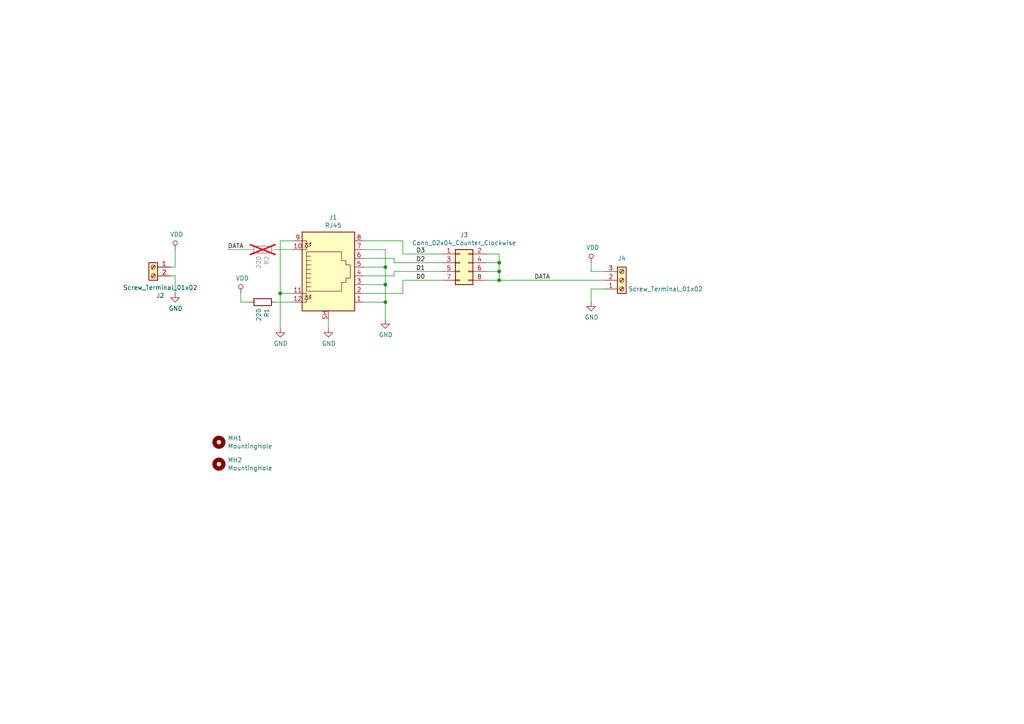
<source format=kicad_sch>
(kicad_sch
	(version 20231120)
	(generator "eeschema")
	(generator_version "8.0")
	(uuid "55f0aeea-b333-4c9a-8616-a27e6311eb41")
	(paper "A4")
	(title_block
		(title "Fade Candy Cat-5 Adapter")
		(date "2024-09-13")
		(rev "1.0")
	)
	(lib_symbols
		(symbol "Connector:8P8C_LED_Shielded"
			(pin_names
				(offset 1.016)
			)
			(exclude_from_sim no)
			(in_bom yes)
			(on_board yes)
			(property "Reference" "J"
				(at -5.08 13.97 0)
				(effects
					(font
						(size 1.27 1.27)
					)
					(justify right)
				)
			)
			(property "Value" "8P8C_LED_Shielded"
				(at 1.27 13.97 0)
				(effects
					(font
						(size 1.27 1.27)
					)
					(justify left)
				)
			)
			(property "Footprint" ""
				(at 0 0.635 90)
				(effects
					(font
						(size 1.27 1.27)
					)
					(hide yes)
				)
			)
			(property "Datasheet" "~"
				(at 0 0.635 90)
				(effects
					(font
						(size 1.27 1.27)
					)
					(hide yes)
				)
			)
			(property "Description" "RJ connector, 8P8C (8 positions 8 connected), two LEDs, RJ45, Shielded"
				(at 0 0 0)
				(effects
					(font
						(size 1.27 1.27)
					)
					(hide yes)
				)
			)
			(property "ki_keywords" "8P8C RJ socket connector led"
				(at 0 0 0)
				(effects
					(font
						(size 1.27 1.27)
					)
					(hide yes)
				)
			)
			(property "ki_fp_filters" "8P8C* RJ45*"
				(at 0 0 0)
				(effects
					(font
						(size 1.27 1.27)
					)
					(hide yes)
				)
			)
			(symbol "8P8C_LED_Shielded_0_1"
				(polyline
					(pts
						(xy -7.62 -7.62) (xy -6.35 -7.62)
					)
					(stroke
						(width 0)
						(type default)
					)
					(fill
						(type none)
					)
				)
				(polyline
					(pts
						(xy -7.62 -5.08) (xy -6.35 -5.08)
					)
					(stroke
						(width 0)
						(type default)
					)
					(fill
						(type none)
					)
				)
				(polyline
					(pts
						(xy -7.62 7.62) (xy -6.35 7.62)
					)
					(stroke
						(width 0)
						(type default)
					)
					(fill
						(type none)
					)
				)
				(polyline
					(pts
						(xy -7.62 10.16) (xy -6.35 10.16)
					)
					(stroke
						(width 0)
						(type default)
					)
					(fill
						(type none)
					)
				)
				(polyline
					(pts
						(xy -6.858 -5.842) (xy -5.842 -5.842)
					)
					(stroke
						(width 0)
						(type default)
					)
					(fill
						(type none)
					)
				)
				(polyline
					(pts
						(xy -6.858 9.398) (xy -5.842 9.398)
					)
					(stroke
						(width 0)
						(type default)
					)
					(fill
						(type none)
					)
				)
				(polyline
					(pts
						(xy -6.35 -7.62) (xy -6.35 -6.858)
					)
					(stroke
						(width 0)
						(type default)
					)
					(fill
						(type none)
					)
				)
				(polyline
					(pts
						(xy -6.35 -5.08) (xy -6.35 -5.842)
					)
					(stroke
						(width 0)
						(type default)
					)
					(fill
						(type none)
					)
				)
				(polyline
					(pts
						(xy -6.35 7.62) (xy -6.35 8.382)
					)
					(stroke
						(width 0)
						(type default)
					)
					(fill
						(type none)
					)
				)
				(polyline
					(pts
						(xy -6.35 10.16) (xy -6.35 9.398)
					)
					(stroke
						(width 0)
						(type default)
					)
					(fill
						(type none)
					)
				)
				(polyline
					(pts
						(xy -5.08 -6.223) (xy -5.207 -6.604)
					)
					(stroke
						(width 0)
						(type default)
					)
					(fill
						(type none)
					)
				)
				(polyline
					(pts
						(xy -5.08 -5.588) (xy -5.207 -5.969)
					)
					(stroke
						(width 0)
						(type default)
					)
					(fill
						(type none)
					)
				)
				(polyline
					(pts
						(xy -5.08 4.445) (xy -6.35 4.445)
					)
					(stroke
						(width 0)
						(type default)
					)
					(fill
						(type none)
					)
				)
				(polyline
					(pts
						(xy -5.08 5.715) (xy -6.35 5.715)
					)
					(stroke
						(width 0)
						(type default)
					)
					(fill
						(type none)
					)
				)
				(polyline
					(pts
						(xy -5.08 9.017) (xy -5.207 8.636)
					)
					(stroke
						(width 0)
						(type default)
					)
					(fill
						(type none)
					)
				)
				(polyline
					(pts
						(xy -5.08 9.652) (xy -5.207 9.271)
					)
					(stroke
						(width 0)
						(type default)
					)
					(fill
						(type none)
					)
				)
				(polyline
					(pts
						(xy -6.35 -3.175) (xy -5.08 -3.175) (xy -5.08 -3.175)
					)
					(stroke
						(width 0)
						(type default)
					)
					(fill
						(type none)
					)
				)
				(polyline
					(pts
						(xy -6.35 -1.905) (xy -5.08 -1.905) (xy -5.08 -1.905)
					)
					(stroke
						(width 0)
						(type default)
					)
					(fill
						(type none)
					)
				)
				(polyline
					(pts
						(xy -6.35 -0.635) (xy -5.08 -0.635) (xy -5.08 -0.635)
					)
					(stroke
						(width 0)
						(type default)
					)
					(fill
						(type none)
					)
				)
				(polyline
					(pts
						(xy -6.35 0.635) (xy -5.08 0.635) (xy -5.08 0.635)
					)
					(stroke
						(width 0)
						(type default)
					)
					(fill
						(type none)
					)
				)
				(polyline
					(pts
						(xy -6.35 1.905) (xy -5.08 1.905) (xy -5.08 1.905)
					)
					(stroke
						(width 0)
						(type default)
					)
					(fill
						(type none)
					)
				)
				(polyline
					(pts
						(xy -5.588 -6.731) (xy -5.08 -6.223) (xy -5.461 -6.35)
					)
					(stroke
						(width 0)
						(type default)
					)
					(fill
						(type none)
					)
				)
				(polyline
					(pts
						(xy -5.588 -6.096) (xy -5.08 -5.588) (xy -5.461 -5.715)
					)
					(stroke
						(width 0)
						(type default)
					)
					(fill
						(type none)
					)
				)
				(polyline
					(pts
						(xy -5.588 8.509) (xy -5.08 9.017) (xy -5.461 8.89)
					)
					(stroke
						(width 0)
						(type default)
					)
					(fill
						(type none)
					)
				)
				(polyline
					(pts
						(xy -5.588 9.144) (xy -5.08 9.652) (xy -5.461 9.525)
					)
					(stroke
						(width 0)
						(type default)
					)
					(fill
						(type none)
					)
				)
				(polyline
					(pts
						(xy -5.08 3.175) (xy -6.35 3.175) (xy -6.35 3.175)
					)
					(stroke
						(width 0)
						(type default)
					)
					(fill
						(type none)
					)
				)
				(polyline
					(pts
						(xy -6.35 -5.842) (xy -6.858 -6.858) (xy -5.842 -6.858) (xy -6.35 -5.842)
					)
					(stroke
						(width 0)
						(type default)
					)
					(fill
						(type none)
					)
				)
				(polyline
					(pts
						(xy -6.35 9.398) (xy -6.858 8.382) (xy -5.842 8.382) (xy -6.35 9.398)
					)
					(stroke
						(width 0)
						(type default)
					)
					(fill
						(type none)
					)
				)
				(polyline
					(pts
						(xy -6.35 -4.445) (xy -6.35 6.985) (xy 3.81 6.985) (xy 3.81 4.445) (xy 5.08 4.445) (xy 5.08 3.175)
						(xy 6.35 3.175) (xy 6.35 -0.635) (xy 5.08 -0.635) (xy 5.08 -1.905) (xy 3.81 -1.905) (xy 3.81 -4.445)
						(xy -6.35 -4.445) (xy -6.35 -4.445)
					)
					(stroke
						(width 0)
						(type default)
					)
					(fill
						(type none)
					)
				)
				(rectangle
					(start 7.62 12.7)
					(end -7.62 -10.16)
					(stroke
						(width 0.254)
						(type default)
					)
					(fill
						(type background)
					)
				)
			)
			(symbol "8P8C_LED_Shielded_1_1"
				(pin passive line
					(at 10.16 -7.62 180)
					(length 2.54)
					(name "~"
						(effects
							(font
								(size 1.27 1.27)
							)
						)
					)
					(number "1"
						(effects
							(font
								(size 1.27 1.27)
							)
						)
					)
				)
				(pin passive line
					(at -10.16 7.62 0)
					(length 2.54)
					(name "~"
						(effects
							(font
								(size 1.27 1.27)
							)
						)
					)
					(number "10"
						(effects
							(font
								(size 1.27 1.27)
							)
						)
					)
				)
				(pin passive line
					(at -10.16 -5.08 0)
					(length 2.54)
					(name "~"
						(effects
							(font
								(size 1.27 1.27)
							)
						)
					)
					(number "11"
						(effects
							(font
								(size 1.27 1.27)
							)
						)
					)
				)
				(pin passive line
					(at -10.16 -7.62 0)
					(length 2.54)
					(name "~"
						(effects
							(font
								(size 1.27 1.27)
							)
						)
					)
					(number "12"
						(effects
							(font
								(size 1.27 1.27)
							)
						)
					)
				)
				(pin passive line
					(at 10.16 -5.08 180)
					(length 2.54)
					(name "~"
						(effects
							(font
								(size 1.27 1.27)
							)
						)
					)
					(number "2"
						(effects
							(font
								(size 1.27 1.27)
							)
						)
					)
				)
				(pin passive line
					(at 10.16 -2.54 180)
					(length 2.54)
					(name "~"
						(effects
							(font
								(size 1.27 1.27)
							)
						)
					)
					(number "3"
						(effects
							(font
								(size 1.27 1.27)
							)
						)
					)
				)
				(pin passive line
					(at 10.16 0 180)
					(length 2.54)
					(name "~"
						(effects
							(font
								(size 1.27 1.27)
							)
						)
					)
					(number "4"
						(effects
							(font
								(size 1.27 1.27)
							)
						)
					)
				)
				(pin passive line
					(at 10.16 2.54 180)
					(length 2.54)
					(name "~"
						(effects
							(font
								(size 1.27 1.27)
							)
						)
					)
					(number "5"
						(effects
							(font
								(size 1.27 1.27)
							)
						)
					)
				)
				(pin passive line
					(at 10.16 5.08 180)
					(length 2.54)
					(name "~"
						(effects
							(font
								(size 1.27 1.27)
							)
						)
					)
					(number "6"
						(effects
							(font
								(size 1.27 1.27)
							)
						)
					)
				)
				(pin passive line
					(at 10.16 7.62 180)
					(length 2.54)
					(name "~"
						(effects
							(font
								(size 1.27 1.27)
							)
						)
					)
					(number "7"
						(effects
							(font
								(size 1.27 1.27)
							)
						)
					)
				)
				(pin passive line
					(at 10.16 10.16 180)
					(length 2.54)
					(name "~"
						(effects
							(font
								(size 1.27 1.27)
							)
						)
					)
					(number "8"
						(effects
							(font
								(size 1.27 1.27)
							)
						)
					)
				)
				(pin passive line
					(at -10.16 10.16 0)
					(length 2.54)
					(name "~"
						(effects
							(font
								(size 1.27 1.27)
							)
						)
					)
					(number "9"
						(effects
							(font
								(size 1.27 1.27)
							)
						)
					)
				)
				(pin passive line
					(at 0 -12.7 90)
					(length 2.54)
					(name "~"
						(effects
							(font
								(size 1.27 1.27)
							)
						)
					)
					(number "SH"
						(effects
							(font
								(size 1.27 1.27)
							)
						)
					)
				)
			)
		)
		(symbol "Connector:Screw_Terminal_01x02"
			(pin_names
				(offset 1.016) hide)
			(exclude_from_sim no)
			(in_bom yes)
			(on_board yes)
			(property "Reference" "J"
				(at 0 2.54 0)
				(effects
					(font
						(size 1.27 1.27)
					)
				)
			)
			(property "Value" "Screw_Terminal_01x02"
				(at 0 -5.08 0)
				(effects
					(font
						(size 1.27 1.27)
					)
				)
			)
			(property "Footprint" ""
				(at 0 0 0)
				(effects
					(font
						(size 1.27 1.27)
					)
					(hide yes)
				)
			)
			(property "Datasheet" "~"
				(at 0 0 0)
				(effects
					(font
						(size 1.27 1.27)
					)
					(hide yes)
				)
			)
			(property "Description" "Generic screw terminal, single row, 01x02, script generated (kicad-library-utils/schlib/autogen/connector/)"
				(at 0 0 0)
				(effects
					(font
						(size 1.27 1.27)
					)
					(hide yes)
				)
			)
			(property "ki_keywords" "screw terminal"
				(at 0 0 0)
				(effects
					(font
						(size 1.27 1.27)
					)
					(hide yes)
				)
			)
			(property "ki_fp_filters" "TerminalBlock*:*"
				(at 0 0 0)
				(effects
					(font
						(size 1.27 1.27)
					)
					(hide yes)
				)
			)
			(symbol "Screw_Terminal_01x02_1_1"
				(rectangle
					(start -1.27 1.27)
					(end 1.27 -3.81)
					(stroke
						(width 0.254)
						(type default)
					)
					(fill
						(type background)
					)
				)
				(circle
					(center 0 -2.54)
					(radius 0.635)
					(stroke
						(width 0.1524)
						(type default)
					)
					(fill
						(type none)
					)
				)
				(polyline
					(pts
						(xy -0.5334 -2.2098) (xy 0.3302 -3.048)
					)
					(stroke
						(width 0.1524)
						(type default)
					)
					(fill
						(type none)
					)
				)
				(polyline
					(pts
						(xy -0.5334 0.3302) (xy 0.3302 -0.508)
					)
					(stroke
						(width 0.1524)
						(type default)
					)
					(fill
						(type none)
					)
				)
				(polyline
					(pts
						(xy -0.3556 -2.032) (xy 0.508 -2.8702)
					)
					(stroke
						(width 0.1524)
						(type default)
					)
					(fill
						(type none)
					)
				)
				(polyline
					(pts
						(xy -0.3556 0.508) (xy 0.508 -0.3302)
					)
					(stroke
						(width 0.1524)
						(type default)
					)
					(fill
						(type none)
					)
				)
				(circle
					(center 0 0)
					(radius 0.635)
					(stroke
						(width 0.1524)
						(type default)
					)
					(fill
						(type none)
					)
				)
				(pin passive line
					(at -5.08 0 0)
					(length 3.81)
					(name "Pin_1"
						(effects
							(font
								(size 1.27 1.27)
							)
						)
					)
					(number "1"
						(effects
							(font
								(size 1.27 1.27)
							)
						)
					)
				)
				(pin passive line
					(at -5.08 -2.54 0)
					(length 3.81)
					(name "Pin_2"
						(effects
							(font
								(size 1.27 1.27)
							)
						)
					)
					(number "2"
						(effects
							(font
								(size 1.27 1.27)
							)
						)
					)
				)
			)
		)
		(symbol "Connector:Screw_Terminal_01x03"
			(pin_names
				(offset 1.016) hide)
			(exclude_from_sim no)
			(in_bom yes)
			(on_board yes)
			(property "Reference" "J"
				(at 0 5.08 0)
				(effects
					(font
						(size 1.27 1.27)
					)
				)
			)
			(property "Value" "Screw_Terminal_01x03"
				(at 0 -5.08 0)
				(effects
					(font
						(size 1.27 1.27)
					)
				)
			)
			(property "Footprint" ""
				(at 0 0 0)
				(effects
					(font
						(size 1.27 1.27)
					)
					(hide yes)
				)
			)
			(property "Datasheet" "~"
				(at 0 0 0)
				(effects
					(font
						(size 1.27 1.27)
					)
					(hide yes)
				)
			)
			(property "Description" "Generic screw terminal, single row, 01x03, script generated (kicad-library-utils/schlib/autogen/connector/)"
				(at 0 0 0)
				(effects
					(font
						(size 1.27 1.27)
					)
					(hide yes)
				)
			)
			(property "ki_keywords" "screw terminal"
				(at 0 0 0)
				(effects
					(font
						(size 1.27 1.27)
					)
					(hide yes)
				)
			)
			(property "ki_fp_filters" "TerminalBlock*:*"
				(at 0 0 0)
				(effects
					(font
						(size 1.27 1.27)
					)
					(hide yes)
				)
			)
			(symbol "Screw_Terminal_01x03_1_1"
				(rectangle
					(start -1.27 3.81)
					(end 1.27 -3.81)
					(stroke
						(width 0.254)
						(type default)
					)
					(fill
						(type background)
					)
				)
				(circle
					(center 0 -2.54)
					(radius 0.635)
					(stroke
						(width 0.1524)
						(type default)
					)
					(fill
						(type none)
					)
				)
				(polyline
					(pts
						(xy -0.5334 -2.2098) (xy 0.3302 -3.048)
					)
					(stroke
						(width 0.1524)
						(type default)
					)
					(fill
						(type none)
					)
				)
				(polyline
					(pts
						(xy -0.5334 0.3302) (xy 0.3302 -0.508)
					)
					(stroke
						(width 0.1524)
						(type default)
					)
					(fill
						(type none)
					)
				)
				(polyline
					(pts
						(xy -0.5334 2.8702) (xy 0.3302 2.032)
					)
					(stroke
						(width 0.1524)
						(type default)
					)
					(fill
						(type none)
					)
				)
				(polyline
					(pts
						(xy -0.3556 -2.032) (xy 0.508 -2.8702)
					)
					(stroke
						(width 0.1524)
						(type default)
					)
					(fill
						(type none)
					)
				)
				(polyline
					(pts
						(xy -0.3556 0.508) (xy 0.508 -0.3302)
					)
					(stroke
						(width 0.1524)
						(type default)
					)
					(fill
						(type none)
					)
				)
				(polyline
					(pts
						(xy -0.3556 3.048) (xy 0.508 2.2098)
					)
					(stroke
						(width 0.1524)
						(type default)
					)
					(fill
						(type none)
					)
				)
				(circle
					(center 0 0)
					(radius 0.635)
					(stroke
						(width 0.1524)
						(type default)
					)
					(fill
						(type none)
					)
				)
				(circle
					(center 0 2.54)
					(radius 0.635)
					(stroke
						(width 0.1524)
						(type default)
					)
					(fill
						(type none)
					)
				)
				(pin passive line
					(at -5.08 2.54 0)
					(length 3.81)
					(name "Pin_1"
						(effects
							(font
								(size 1.27 1.27)
							)
						)
					)
					(number "1"
						(effects
							(font
								(size 1.27 1.27)
							)
						)
					)
				)
				(pin passive line
					(at -5.08 0 0)
					(length 3.81)
					(name "Pin_2"
						(effects
							(font
								(size 1.27 1.27)
							)
						)
					)
					(number "2"
						(effects
							(font
								(size 1.27 1.27)
							)
						)
					)
				)
				(pin passive line
					(at -5.08 -2.54 0)
					(length 3.81)
					(name "Pin_3"
						(effects
							(font
								(size 1.27 1.27)
							)
						)
					)
					(number "3"
						(effects
							(font
								(size 1.27 1.27)
							)
						)
					)
				)
			)
		)
		(symbol "Connector_Generic:Conn_02x04_Odd_Even"
			(pin_names
				(offset 1.016) hide)
			(exclude_from_sim no)
			(in_bom yes)
			(on_board yes)
			(property "Reference" "J"
				(at 1.27 5.08 0)
				(effects
					(font
						(size 1.27 1.27)
					)
				)
			)
			(property "Value" "Conn_02x04_Odd_Even"
				(at 1.27 -7.62 0)
				(effects
					(font
						(size 1.27 1.27)
					)
				)
			)
			(property "Footprint" ""
				(at 0 0 0)
				(effects
					(font
						(size 1.27 1.27)
					)
					(hide yes)
				)
			)
			(property "Datasheet" "~"
				(at 0 0 0)
				(effects
					(font
						(size 1.27 1.27)
					)
					(hide yes)
				)
			)
			(property "Description" "Generic connector, double row, 02x04, odd/even pin numbering scheme (row 1 odd numbers, row 2 even numbers), script generated (kicad-library-utils/schlib/autogen/connector/)"
				(at 0 0 0)
				(effects
					(font
						(size 1.27 1.27)
					)
					(hide yes)
				)
			)
			(property "ki_keywords" "connector"
				(at 0 0 0)
				(effects
					(font
						(size 1.27 1.27)
					)
					(hide yes)
				)
			)
			(property "ki_fp_filters" "Connector*:*_2x??_*"
				(at 0 0 0)
				(effects
					(font
						(size 1.27 1.27)
					)
					(hide yes)
				)
			)
			(symbol "Conn_02x04_Odd_Even_1_1"
				(rectangle
					(start -1.27 -4.953)
					(end 0 -5.207)
					(stroke
						(width 0.1524)
						(type default)
					)
					(fill
						(type none)
					)
				)
				(rectangle
					(start -1.27 -2.413)
					(end 0 -2.667)
					(stroke
						(width 0.1524)
						(type default)
					)
					(fill
						(type none)
					)
				)
				(rectangle
					(start -1.27 0.127)
					(end 0 -0.127)
					(stroke
						(width 0.1524)
						(type default)
					)
					(fill
						(type none)
					)
				)
				(rectangle
					(start -1.27 2.667)
					(end 0 2.413)
					(stroke
						(width 0.1524)
						(type default)
					)
					(fill
						(type none)
					)
				)
				(rectangle
					(start -1.27 3.81)
					(end 3.81 -6.35)
					(stroke
						(width 0.254)
						(type default)
					)
					(fill
						(type background)
					)
				)
				(rectangle
					(start 3.81 -4.953)
					(end 2.54 -5.207)
					(stroke
						(width 0.1524)
						(type default)
					)
					(fill
						(type none)
					)
				)
				(rectangle
					(start 3.81 -2.413)
					(end 2.54 -2.667)
					(stroke
						(width 0.1524)
						(type default)
					)
					(fill
						(type none)
					)
				)
				(rectangle
					(start 3.81 0.127)
					(end 2.54 -0.127)
					(stroke
						(width 0.1524)
						(type default)
					)
					(fill
						(type none)
					)
				)
				(rectangle
					(start 3.81 2.667)
					(end 2.54 2.413)
					(stroke
						(width 0.1524)
						(type default)
					)
					(fill
						(type none)
					)
				)
				(pin passive line
					(at -5.08 2.54 0)
					(length 3.81)
					(name "Pin_1"
						(effects
							(font
								(size 1.27 1.27)
							)
						)
					)
					(number "1"
						(effects
							(font
								(size 1.27 1.27)
							)
						)
					)
				)
				(pin passive line
					(at 7.62 2.54 180)
					(length 3.81)
					(name "Pin_2"
						(effects
							(font
								(size 1.27 1.27)
							)
						)
					)
					(number "2"
						(effects
							(font
								(size 1.27 1.27)
							)
						)
					)
				)
				(pin passive line
					(at -5.08 0 0)
					(length 3.81)
					(name "Pin_3"
						(effects
							(font
								(size 1.27 1.27)
							)
						)
					)
					(number "3"
						(effects
							(font
								(size 1.27 1.27)
							)
						)
					)
				)
				(pin passive line
					(at 7.62 0 180)
					(length 3.81)
					(name "Pin_4"
						(effects
							(font
								(size 1.27 1.27)
							)
						)
					)
					(number "4"
						(effects
							(font
								(size 1.27 1.27)
							)
						)
					)
				)
				(pin passive line
					(at -5.08 -2.54 0)
					(length 3.81)
					(name "Pin_5"
						(effects
							(font
								(size 1.27 1.27)
							)
						)
					)
					(number "5"
						(effects
							(font
								(size 1.27 1.27)
							)
						)
					)
				)
				(pin passive line
					(at 7.62 -2.54 180)
					(length 3.81)
					(name "Pin_6"
						(effects
							(font
								(size 1.27 1.27)
							)
						)
					)
					(number "6"
						(effects
							(font
								(size 1.27 1.27)
							)
						)
					)
				)
				(pin passive line
					(at -5.08 -5.08 0)
					(length 3.81)
					(name "Pin_7"
						(effects
							(font
								(size 1.27 1.27)
							)
						)
					)
					(number "7"
						(effects
							(font
								(size 1.27 1.27)
							)
						)
					)
				)
				(pin passive line
					(at 7.62 -5.08 180)
					(length 3.81)
					(name "Pin_8"
						(effects
							(font
								(size 1.27 1.27)
							)
						)
					)
					(number "8"
						(effects
							(font
								(size 1.27 1.27)
							)
						)
					)
				)
			)
		)
		(symbol "Device:R"
			(pin_numbers hide)
			(pin_names
				(offset 0)
			)
			(exclude_from_sim no)
			(in_bom yes)
			(on_board yes)
			(property "Reference" "R"
				(at 2.032 0 90)
				(effects
					(font
						(size 1.27 1.27)
					)
				)
			)
			(property "Value" "R"
				(at 0 0 90)
				(effects
					(font
						(size 1.27 1.27)
					)
				)
			)
			(property "Footprint" ""
				(at -1.778 0 90)
				(effects
					(font
						(size 1.27 1.27)
					)
					(hide yes)
				)
			)
			(property "Datasheet" "~"
				(at 0 0 0)
				(effects
					(font
						(size 1.27 1.27)
					)
					(hide yes)
				)
			)
			(property "Description" "Resistor"
				(at 0 0 0)
				(effects
					(font
						(size 1.27 1.27)
					)
					(hide yes)
				)
			)
			(property "ki_keywords" "R res resistor"
				(at 0 0 0)
				(effects
					(font
						(size 1.27 1.27)
					)
					(hide yes)
				)
			)
			(property "ki_fp_filters" "R_*"
				(at 0 0 0)
				(effects
					(font
						(size 1.27 1.27)
					)
					(hide yes)
				)
			)
			(symbol "R_0_1"
				(rectangle
					(start -1.016 -2.54)
					(end 1.016 2.54)
					(stroke
						(width 0.254)
						(type default)
					)
					(fill
						(type none)
					)
				)
			)
			(symbol "R_1_1"
				(pin passive line
					(at 0 3.81 270)
					(length 1.27)
					(name "~"
						(effects
							(font
								(size 1.27 1.27)
							)
						)
					)
					(number "1"
						(effects
							(font
								(size 1.27 1.27)
							)
						)
					)
				)
				(pin passive line
					(at 0 -3.81 90)
					(length 1.27)
					(name "~"
						(effects
							(font
								(size 1.27 1.27)
							)
						)
					)
					(number "2"
						(effects
							(font
								(size 1.27 1.27)
							)
						)
					)
				)
			)
		)
		(symbol "Mechanical:MountingHole"
			(pin_names
				(offset 1.016)
			)
			(exclude_from_sim yes)
			(in_bom no)
			(on_board yes)
			(property "Reference" "H"
				(at 0 5.08 0)
				(effects
					(font
						(size 1.27 1.27)
					)
				)
			)
			(property "Value" "MountingHole"
				(at 0 3.175 0)
				(effects
					(font
						(size 1.27 1.27)
					)
				)
			)
			(property "Footprint" ""
				(at 0 0 0)
				(effects
					(font
						(size 1.27 1.27)
					)
					(hide yes)
				)
			)
			(property "Datasheet" "~"
				(at 0 0 0)
				(effects
					(font
						(size 1.27 1.27)
					)
					(hide yes)
				)
			)
			(property "Description" "Mounting Hole without connection"
				(at 0 0 0)
				(effects
					(font
						(size 1.27 1.27)
					)
					(hide yes)
				)
			)
			(property "ki_keywords" "mounting hole"
				(at 0 0 0)
				(effects
					(font
						(size 1.27 1.27)
					)
					(hide yes)
				)
			)
			(property "ki_fp_filters" "MountingHole*"
				(at 0 0 0)
				(effects
					(font
						(size 1.27 1.27)
					)
					(hide yes)
				)
			)
			(symbol "MountingHole_0_1"
				(circle
					(center 0 0)
					(radius 1.27)
					(stroke
						(width 1.27)
						(type default)
					)
					(fill
						(type none)
					)
				)
			)
		)
		(symbol "fade_candy_cat5-rescue:GND-power"
			(power)
			(pin_names
				(offset 0)
			)
			(exclude_from_sim no)
			(in_bom yes)
			(on_board yes)
			(property "Reference" "#PWR"
				(at 0 -6.35 0)
				(effects
					(font
						(size 1.27 1.27)
					)
					(hide yes)
				)
			)
			(property "Value" "power_GND"
				(at 0 -3.81 0)
				(effects
					(font
						(size 1.27 1.27)
					)
				)
			)
			(property "Footprint" ""
				(at 0 0 0)
				(effects
					(font
						(size 1.27 1.27)
					)
					(hide yes)
				)
			)
			(property "Datasheet" ""
				(at 0 0 0)
				(effects
					(font
						(size 1.27 1.27)
					)
					(hide yes)
				)
			)
			(property "Description" ""
				(at 0 0 0)
				(effects
					(font
						(size 1.27 1.27)
					)
					(hide yes)
				)
			)
			(symbol "GND-power_0_1"
				(polyline
					(pts
						(xy 0 0) (xy 0 -1.27) (xy 1.27 -1.27) (xy 0 -2.54) (xy -1.27 -1.27) (xy 0 -1.27)
					)
					(stroke
						(width 0)
						(type solid)
					)
					(fill
						(type none)
					)
				)
			)
			(symbol "GND-power_1_1"
				(pin power_in line
					(at 0 0 270)
					(length 0) hide
					(name "GND"
						(effects
							(font
								(size 1.27 1.27)
							)
						)
					)
					(number "1"
						(effects
							(font
								(size 1.27 1.27)
							)
						)
					)
				)
			)
		)
		(symbol "fade_candy_cat5-rescue:VDD-power"
			(power)
			(pin_names
				(offset 0)
			)
			(exclude_from_sim no)
			(in_bom yes)
			(on_board yes)
			(property "Reference" "#PWR"
				(at 0 -3.81 0)
				(effects
					(font
						(size 1.27 1.27)
					)
					(hide yes)
				)
			)
			(property "Value" "power_VDD"
				(at 0 3.81 0)
				(effects
					(font
						(size 1.27 1.27)
					)
				)
			)
			(property "Footprint" ""
				(at 0 0 0)
				(effects
					(font
						(size 1.27 1.27)
					)
					(hide yes)
				)
			)
			(property "Datasheet" ""
				(at 0 0 0)
				(effects
					(font
						(size 1.27 1.27)
					)
					(hide yes)
				)
			)
			(property "Description" ""
				(at 0 0 0)
				(effects
					(font
						(size 1.27 1.27)
					)
					(hide yes)
				)
			)
			(symbol "VDD-power_0_1"
				(polyline
					(pts
						(xy 0 0) (xy 0 1.27)
					)
					(stroke
						(width 0)
						(type solid)
					)
					(fill
						(type none)
					)
				)
				(circle
					(center 0 1.905)
					(radius 0.635)
					(stroke
						(width 0)
						(type solid)
					)
					(fill
						(type none)
					)
				)
			)
			(symbol "VDD-power_1_1"
				(pin power_in line
					(at 0 0 90)
					(length 0) hide
					(name "VDD"
						(effects
							(font
								(size 1.27 1.27)
							)
						)
					)
					(number "1"
						(effects
							(font
								(size 1.27 1.27)
							)
						)
					)
				)
			)
		)
	)
	(junction
		(at 81.28 85.09)
		(diameter 0)
		(color 0 0 0 0)
		(uuid "16641a9a-95a7-402b-b92b-87ab8dd5c825")
	)
	(junction
		(at 144.78 78.74)
		(diameter 0)
		(color 0 0 0 0)
		(uuid "1aa2960b-84c2-4aba-b943-ffceee9bfc7f")
	)
	(junction
		(at 144.78 76.2)
		(diameter 0)
		(color 0 0 0 0)
		(uuid "318b7c8a-1a6d-4c2f-8e13-949690238ca8")
	)
	(junction
		(at 111.76 82.55)
		(diameter 0)
		(color 0 0 0 0)
		(uuid "3dcfd1ca-a417-4a81-94ff-f8dd6cbec533")
	)
	(junction
		(at 144.78 81.28)
		(diameter 0)
		(color 0 0 0 0)
		(uuid "cc786814-d211-49a7-95af-1b0e430feca0")
	)
	(junction
		(at 111.76 87.63)
		(diameter 0)
		(color 0 0 0 0)
		(uuid "dd7f7122-48db-4d04-95be-63ae3cd8e50f")
	)
	(junction
		(at 111.76 77.47)
		(diameter 0)
		(color 0 0 0 0)
		(uuid "f3af9eb0-8841-4ba8-a273-8a1cb66d7dd1")
	)
	(wire
		(pts
			(xy 81.28 95.25) (xy 81.28 85.09)
		)
		(stroke
			(width 0)
			(type default)
		)
		(uuid "0476c2cd-9a43-4753-89b9-04157cc1f0c4")
	)
	(wire
		(pts
			(xy 49.53 77.47) (xy 50.8 77.47)
		)
		(stroke
			(width 0)
			(type default)
		)
		(uuid "051479eb-3827-44da-a9b4-9ad3b90be443")
	)
	(wire
		(pts
			(xy 171.45 78.74) (xy 175.26 78.74)
		)
		(stroke
			(width 0)
			(type default)
		)
		(uuid "05971755-2e8e-4ed2-bec4-9a93a57a24f4")
	)
	(wire
		(pts
			(xy 80.01 72.39) (xy 85.09 72.39)
		)
		(stroke
			(width 0)
			(type default)
		)
		(uuid "0ce08945-20fa-490d-a254-202e00106534")
	)
	(wire
		(pts
			(xy 72.39 72.39) (xy 66.04 72.39)
		)
		(stroke
			(width 0)
			(type default)
		)
		(uuid "0d8696fe-41aa-4503-93a8-16c7b5be0747")
	)
	(wire
		(pts
			(xy 140.97 76.2) (xy 144.78 76.2)
		)
		(stroke
			(width 0)
			(type default)
		)
		(uuid "0f9f5e02-b2db-47c5-8475-870eda012fbb")
	)
	(wire
		(pts
			(xy 114.3 76.2) (xy 128.27 76.2)
		)
		(stroke
			(width 0)
			(type default)
		)
		(uuid "0fa22b6d-34c1-4150-b1fd-a43d8f055e1f")
	)
	(wire
		(pts
			(xy 144.78 76.2) (xy 144.78 78.74)
		)
		(stroke
			(width 0)
			(type default)
		)
		(uuid "1b4900be-76cd-4fdc-89a2-8a0e1ce90b3e")
	)
	(wire
		(pts
			(xy 171.45 83.82) (xy 175.26 83.82)
		)
		(stroke
			(width 0)
			(type default)
		)
		(uuid "1bc640ce-44ad-4c74-8436-ddb29396c671")
	)
	(wire
		(pts
			(xy 80.01 87.63) (xy 85.09 87.63)
		)
		(stroke
			(width 0)
			(type default)
		)
		(uuid "1ce396ef-f468-4c1f-afa5-7eac49d34f74")
	)
	(wire
		(pts
			(xy 114.3 74.93) (xy 114.3 76.2)
		)
		(stroke
			(width 0)
			(type default)
		)
		(uuid "1d8b84e3-bb3c-4d4c-941f-2615382aeb60")
	)
	(wire
		(pts
			(xy 144.78 73.66) (xy 144.78 76.2)
		)
		(stroke
			(width 0)
			(type default)
		)
		(uuid "1df56cd3-c85a-403f-91a4-c89ff45d6753")
	)
	(wire
		(pts
			(xy 105.41 72.39) (xy 111.76 72.39)
		)
		(stroke
			(width 0)
			(type default)
		)
		(uuid "285450d2-12ee-48e1-86f4-e051964d52b4")
	)
	(wire
		(pts
			(xy 111.76 72.39) (xy 111.76 77.47)
		)
		(stroke
			(width 0)
			(type default)
		)
		(uuid "33acff2c-c226-4417-9db2-8de2cfba4be1")
	)
	(wire
		(pts
			(xy 105.41 82.55) (xy 111.76 82.55)
		)
		(stroke
			(width 0)
			(type default)
		)
		(uuid "39c4eb9d-a47c-4183-9634-7f9aa677140f")
	)
	(wire
		(pts
			(xy 116.84 73.66) (xy 116.84 69.85)
		)
		(stroke
			(width 0)
			(type default)
		)
		(uuid "3ae727bf-92b5-4383-8e59-4a7c47e5667e")
	)
	(wire
		(pts
			(xy 49.53 80.01) (xy 50.8 80.01)
		)
		(stroke
			(width 0)
			(type default)
		)
		(uuid "4b0cba2e-37a2-4151-b1f7-e8355210f246")
	)
	(wire
		(pts
			(xy 81.28 69.85) (xy 81.28 85.09)
		)
		(stroke
			(width 0)
			(type default)
		)
		(uuid "5b3efc7b-f60b-400a-88f6-96e1a424e34b")
	)
	(wire
		(pts
			(xy 144.78 78.74) (xy 144.78 81.28)
		)
		(stroke
			(width 0)
			(type default)
		)
		(uuid "79f8571b-5bd0-4b38-8956-7fb0301c0fa5")
	)
	(wire
		(pts
			(xy 128.27 73.66) (xy 116.84 73.66)
		)
		(stroke
			(width 0)
			(type default)
		)
		(uuid "7f8ce7d9-da88-4b7d-8aac-8bce06055cde")
	)
	(wire
		(pts
			(xy 140.97 73.66) (xy 144.78 73.66)
		)
		(stroke
			(width 0)
			(type default)
		)
		(uuid "853ccd51-e07d-4a1e-812c-7afa43deef60")
	)
	(wire
		(pts
			(xy 105.41 77.47) (xy 111.76 77.47)
		)
		(stroke
			(width 0)
			(type default)
		)
		(uuid "893acc07-51c0-401b-abe5-14f3cd41cf0d")
	)
	(wire
		(pts
			(xy 105.41 85.09) (xy 116.84 85.09)
		)
		(stroke
			(width 0)
			(type default)
		)
		(uuid "91be5f03-bf02-4c82-b938-f6e4c00a9ca6")
	)
	(wire
		(pts
			(xy 116.84 85.09) (xy 116.84 81.28)
		)
		(stroke
			(width 0)
			(type default)
		)
		(uuid "97695886-e897-47dc-8226-94fa7287944f")
	)
	(wire
		(pts
			(xy 114.3 78.74) (xy 114.3 80.01)
		)
		(stroke
			(width 0)
			(type default)
		)
		(uuid "9c325767-3087-4124-8242-7eb4747295eb")
	)
	(wire
		(pts
			(xy 81.28 69.85) (xy 85.09 69.85)
		)
		(stroke
			(width 0)
			(type default)
		)
		(uuid "a1d364e3-114b-4545-bb6e-313ee63df358")
	)
	(wire
		(pts
			(xy 140.97 78.74) (xy 144.78 78.74)
		)
		(stroke
			(width 0)
			(type default)
		)
		(uuid "a21d90a3-a737-48a3-ae47-9dc2c87651be")
	)
	(wire
		(pts
			(xy 111.76 82.55) (xy 111.76 87.63)
		)
		(stroke
			(width 0)
			(type default)
		)
		(uuid "a52ffe60-1c0f-442f-b024-4a3fad4aa193")
	)
	(wire
		(pts
			(xy 116.84 69.85) (xy 105.41 69.85)
		)
		(stroke
			(width 0)
			(type default)
		)
		(uuid "af6ae622-828c-464e-91fd-9d3d62207572")
	)
	(wire
		(pts
			(xy 50.8 72.39) (xy 50.8 77.47)
		)
		(stroke
			(width 0)
			(type default)
		)
		(uuid "afeb951b-a7b3-420d-8ce8-23fa43ffb5fd")
	)
	(wire
		(pts
			(xy 105.41 87.63) (xy 111.76 87.63)
		)
		(stroke
			(width 0)
			(type default)
		)
		(uuid "b093cd06-b31e-4e6b-bcce-3c5369a01e04")
	)
	(wire
		(pts
			(xy 144.78 81.28) (xy 175.26 81.28)
		)
		(stroke
			(width 0)
			(type default)
		)
		(uuid "ba0be4a4-408f-4708-84cd-785cb0bdbd4d")
	)
	(wire
		(pts
			(xy 116.84 81.28) (xy 128.27 81.28)
		)
		(stroke
			(width 0)
			(type default)
		)
		(uuid "bc9bd94d-beeb-4d1b-bd08-25bbb8ba2121")
	)
	(wire
		(pts
			(xy 50.8 85.09) (xy 50.8 80.01)
		)
		(stroke
			(width 0)
			(type default)
		)
		(uuid "c0d63408-a39f-40e2-bb4a-735fb243fd97")
	)
	(wire
		(pts
			(xy 105.41 74.93) (xy 114.3 74.93)
		)
		(stroke
			(width 0)
			(type default)
		)
		(uuid "c4408732-36ca-4626-96b9-ddb1e580e418")
	)
	(wire
		(pts
			(xy 95.25 95.25) (xy 95.25 92.71)
		)
		(stroke
			(width 0)
			(type default)
		)
		(uuid "c62cb387-a0cf-4286-bcc0-54c7277bdd86")
	)
	(wire
		(pts
			(xy 171.45 76.2) (xy 171.45 78.74)
		)
		(stroke
			(width 0)
			(type default)
		)
		(uuid "c6f274cf-4491-4c89-9812-d4e6a17e0197")
	)
	(wire
		(pts
			(xy 69.85 85.09) (xy 69.85 87.63)
		)
		(stroke
			(width 0)
			(type default)
		)
		(uuid "cfc0801c-e1bc-4f95-80cf-cc7c290ef4aa")
	)
	(wire
		(pts
			(xy 69.85 87.63) (xy 72.39 87.63)
		)
		(stroke
			(width 0)
			(type default)
		)
		(uuid "d1556f85-bf7e-4dcb-994c-382d8f072153")
	)
	(wire
		(pts
			(xy 111.76 77.47) (xy 111.76 82.55)
		)
		(stroke
			(width 0)
			(type default)
		)
		(uuid "d439ab22-92d2-46d5-907b-14f8ae808afc")
	)
	(wire
		(pts
			(xy 171.45 87.63) (xy 171.45 83.82)
		)
		(stroke
			(width 0)
			(type default)
		)
		(uuid "d5cb8495-51ee-4d62-b393-286632b428b1")
	)
	(wire
		(pts
			(xy 128.27 78.74) (xy 114.3 78.74)
		)
		(stroke
			(width 0)
			(type default)
		)
		(uuid "d851920b-e0dd-44de-a663-d2b20f31d945")
	)
	(wire
		(pts
			(xy 114.3 80.01) (xy 105.41 80.01)
		)
		(stroke
			(width 0)
			(type default)
		)
		(uuid "dc9cc5eb-bf51-437e-ad41-85857ce79f82")
	)
	(wire
		(pts
			(xy 85.09 85.09) (xy 81.28 85.09)
		)
		(stroke
			(width 0)
			(type default)
		)
		(uuid "e6550466-cb87-465b-96f2-282e2271974f")
	)
	(wire
		(pts
			(xy 144.78 81.28) (xy 140.97 81.28)
		)
		(stroke
			(width 0)
			(type default)
		)
		(uuid "f97a1791-d79c-425b-8803-2fe97db5a45b")
	)
	(wire
		(pts
			(xy 111.76 87.63) (xy 111.76 92.71)
		)
		(stroke
			(width 0)
			(type default)
		)
		(uuid "fd99a100-a358-4ca6-abe2-6983f25966e1")
	)
	(label "D1"
		(at 120.65 78.74 0)
		(effects
			(font
				(size 1.27 1.27)
			)
			(justify left bottom)
		)
		(uuid "124bb54d-a99b-42f5-8d02-a2f7c5ad973a")
	)
	(label "D2"
		(at 120.65 76.2 0)
		(effects
			(font
				(size 1.27 1.27)
			)
			(justify left bottom)
		)
		(uuid "55145b48-77ed-4a00-b3e1-5ee8bd60ef7e")
	)
	(label "D0"
		(at 120.65 81.28 0)
		(effects
			(font
				(size 1.27 1.27)
			)
			(justify left bottom)
		)
		(uuid "6e436dde-922f-4f60-8e45-982f3742e4ee")
	)
	(label "D3"
		(at 120.65 73.66 0)
		(effects
			(font
				(size 1.27 1.27)
			)
			(justify left bottom)
		)
		(uuid "aa44d422-1a99-4103-8191-d6b656e004df")
	)
	(label "DATA"
		(at 154.94 81.28 0)
		(effects
			(font
				(size 1.27 1.27)
			)
			(justify left bottom)
		)
		(uuid "c743a6be-775b-40a8-8441-d45d42b4f051")
	)
	(label "DATA"
		(at 66.04 72.39 0)
		(effects
			(font
				(size 1.27 1.27)
			)
			(justify left bottom)
		)
		(uuid "d34c3dcf-9b62-4022-8be8-c97b383d327b")
	)
	(symbol
		(lib_id "Connector:8P8C_LED_Shielded")
		(at 95.25 80.01 0)
		(unit 1)
		(exclude_from_sim no)
		(in_bom yes)
		(on_board yes)
		(dnp no)
		(uuid "00000000-0000-0000-0000-00005bee76fa")
		(property "Reference" "J1"
			(at 96.647 63.0682 0)
			(effects
				(font
					(size 1.27 1.27)
				)
			)
		)
		(property "Value" "RJ45"
			(at 96.647 65.3796 0)
			(effects
				(font
					(size 1.27 1.27)
				)
			)
		)
		(property "Footprint" "breakout:RCH-56-31"
			(at 95.25 79.375 90)
			(effects
				(font
					(size 1.27 1.27)
				)
				(hide yes)
			)
		)
		(property "Datasheet" "~"
			(at 95.25 79.375 90)
			(effects
				(font
					(size 1.27 1.27)
				)
				(hide yes)
			)
		)
		(property "Description" ""
			(at 95.25 80.01 0)
			(effects
				(font
					(size 1.27 1.27)
				)
				(hide yes)
			)
		)
		(pin "7"
			(uuid "c5aa699b-6ae7-4519-88fd-2aefc7a04fe0")
		)
		(pin "8"
			(uuid "3f7654bd-04e3-40e6-8238-502cd642f01a")
		)
		(pin "11"
			(uuid "0acd6271-154c-4747-9974-88f599e8ad60")
		)
		(pin "1"
			(uuid "4fa690c8-39d2-4ed6-be17-8bcaa65907ec")
		)
		(pin "2"
			(uuid "f6226cee-7606-4220-b708-ae75c2b11965")
		)
		(pin "5"
			(uuid "89633a6e-9c1e-4e0b-aa47-59d2a9f4b86a")
		)
		(pin "9"
			(uuid "45ce692d-da80-44fe-bebb-63c3ab3e307b")
		)
		(pin "SH"
			(uuid "b4353337-f7a3-4ef1-a872-ea823ae6bf7d")
		)
		(pin "3"
			(uuid "20f5ec63-90d2-4e9e-bedd-548c24332c90")
		)
		(pin "4"
			(uuid "2ffa8671-9bb6-420a-adfe-4d26ae0bb6b4")
		)
		(pin "6"
			(uuid "87deaf0b-b366-4054-a56d-4a2dff5c76ab")
		)
		(pin "12"
			(uuid "4625a180-00a5-4f35-8218-570662586a50")
		)
		(pin "10"
			(uuid "373fe8d7-2fb1-4fba-85fb-ad2f62cb1a2a")
		)
		(instances
			(project ""
				(path "/55f0aeea-b333-4c9a-8616-a27e6311eb41"
					(reference "J1")
					(unit 1)
				)
			)
		)
	)
	(symbol
		(lib_id "Connector:Screw_Terminal_01x02")
		(at 44.45 77.47 0)
		(mirror y)
		(unit 1)
		(exclude_from_sim no)
		(in_bom yes)
		(on_board yes)
		(dnp no)
		(uuid "00000000-0000-0000-0000-00005bee77ce")
		(property "Reference" "J2"
			(at 46.482 85.725 0)
			(effects
				(font
					(size 1.27 1.27)
				)
			)
		)
		(property "Value" "Screw_Terminal_01x02"
			(at 46.482 83.4136 0)
			(effects
				(font
					(size 1.27 1.27)
				)
			)
		)
		(property "Footprint" "breakout:WJ300V-5.0-2P"
			(at 44.45 77.47 0)
			(effects
				(font
					(size 1.27 1.27)
				)
				(hide yes)
			)
		)
		(property "Datasheet" "~"
			(at 44.45 77.47 0)
			(effects
				(font
					(size 1.27 1.27)
				)
				(hide yes)
			)
		)
		(property "Description" ""
			(at 44.45 77.47 0)
			(effects
				(font
					(size 1.27 1.27)
				)
				(hide yes)
			)
		)
		(pin "1"
			(uuid "9fb09c2e-5be0-48d6-a799-2a55ee645986")
		)
		(pin "2"
			(uuid "1004d6f3-8259-4e89-8cfb-24011a339f50")
		)
		(instances
			(project ""
				(path "/55f0aeea-b333-4c9a-8616-a27e6311eb41"
					(reference "J2")
					(unit 1)
				)
			)
		)
	)
	(symbol
		(lib_id "fade_candy_cat5-rescue:GND-power")
		(at 111.76 92.71 0)
		(unit 1)
		(exclude_from_sim no)
		(in_bom yes)
		(on_board yes)
		(dnp no)
		(uuid "00000000-0000-0000-0000-00005bee788f")
		(property "Reference" "#PWR01"
			(at 111.76 99.06 0)
			(effects
				(font
					(size 1.27 1.27)
				)
				(hide yes)
			)
		)
		(property "Value" "GND"
			(at 111.887 97.1042 0)
			(effects
				(font
					(size 1.27 1.27)
				)
			)
		)
		(property "Footprint" ""
			(at 111.76 92.71 0)
			(effects
				(font
					(size 1.27 1.27)
				)
				(hide yes)
			)
		)
		(property "Datasheet" ""
			(at 111.76 92.71 0)
			(effects
				(font
					(size 1.27 1.27)
				)
				(hide yes)
			)
		)
		(property "Description" ""
			(at 111.76 92.71 0)
			(effects
				(font
					(size 1.27 1.27)
				)
				(hide yes)
			)
		)
		(pin "1"
			(uuid "9aab3035-0175-491a-af2c-867b1b7e6ebe")
		)
		(instances
			(project ""
				(path "/55f0aeea-b333-4c9a-8616-a27e6311eb41"
					(reference "#PWR01")
					(unit 1)
				)
			)
		)
	)
	(symbol
		(lib_id "Connector_Generic:Conn_02x04_Odd_Even")
		(at 133.35 76.2 0)
		(unit 1)
		(exclude_from_sim no)
		(in_bom yes)
		(on_board yes)
		(dnp no)
		(uuid "00000000-0000-0000-0000-00005bee7a83")
		(property "Reference" "J3"
			(at 134.62 68.1482 0)
			(effects
				(font
					(size 1.27 1.27)
				)
			)
		)
		(property "Value" "Conn_02x04_Counter_Clockwise"
			(at 134.62 70.4596 0)
			(effects
				(font
					(size 1.27 1.27)
				)
			)
		)
		(property "Footprint" "Connector_PinHeader_2.54mm:PinHeader_2x04_P2.54mm_Vertical"
			(at 133.35 76.2 0)
			(effects
				(font
					(size 1.27 1.27)
				)
				(hide yes)
			)
		)
		(property "Datasheet" "~"
			(at 133.35 76.2 0)
			(effects
				(font
					(size 1.27 1.27)
				)
				(hide yes)
			)
		)
		(property "Description" ""
			(at 133.35 76.2 0)
			(effects
				(font
					(size 1.27 1.27)
				)
				(hide yes)
			)
		)
		(pin "7"
			(uuid "80301d2b-7c43-4605-9677-4647a8406024")
		)
		(pin "6"
			(uuid "fdc06104-1b25-45e5-a2ad-c9a2b47c77bb")
		)
		(pin "8"
			(uuid "ff3cb617-3e6c-4dd7-9b00-b8c771ee6249")
		)
		(pin "1"
			(uuid "28087008-9afc-4f4d-b7fa-1a890a01b0e1")
		)
		(pin "4"
			(uuid "a268bc17-1751-4fc5-b9be-096ad3735700")
		)
		(pin "2"
			(uuid "7af27298-d713-4a4c-bbc7-a06712ed07af")
		)
		(pin "5"
			(uuid "2a786600-9ed8-4de9-a793-6fb9b271bf45")
		)
		(pin "3"
			(uuid "e6a52adf-3884-4502-8048-d87a4ee74554")
		)
		(instances
			(project ""
				(path "/55f0aeea-b333-4c9a-8616-a27e6311eb41"
					(reference "J3")
					(unit 1)
				)
			)
		)
	)
	(symbol
		(lib_id "fade_candy_cat5-rescue:GND-power")
		(at 171.45 87.63 0)
		(unit 1)
		(exclude_from_sim no)
		(in_bom yes)
		(on_board yes)
		(dnp no)
		(uuid "00000000-0000-0000-0000-00005bee812f")
		(property "Reference" "#PWR02"
			(at 171.45 93.98 0)
			(effects
				(font
					(size 1.27 1.27)
				)
				(hide yes)
			)
		)
		(property "Value" "GND"
			(at 171.577 92.0242 0)
			(effects
				(font
					(size 1.27 1.27)
				)
			)
		)
		(property "Footprint" ""
			(at 171.45 87.63 0)
			(effects
				(font
					(size 1.27 1.27)
				)
				(hide yes)
			)
		)
		(property "Datasheet" ""
			(at 171.45 87.63 0)
			(effects
				(font
					(size 1.27 1.27)
				)
				(hide yes)
			)
		)
		(property "Description" ""
			(at 171.45 87.63 0)
			(effects
				(font
					(size 1.27 1.27)
				)
				(hide yes)
			)
		)
		(pin "1"
			(uuid "3cde0eb5-5b70-46a5-904a-4955fde33e57")
		)
		(instances
			(project ""
				(path "/55f0aeea-b333-4c9a-8616-a27e6311eb41"
					(reference "#PWR02")
					(unit 1)
				)
			)
		)
	)
	(symbol
		(lib_id "fade_candy_cat5-rescue:GND-power")
		(at 95.25 95.25 0)
		(unit 1)
		(exclude_from_sim no)
		(in_bom yes)
		(on_board yes)
		(dnp no)
		(uuid "00000000-0000-0000-0000-00005beeaf99")
		(property "Reference" "#PWR0101"
			(at 95.25 101.6 0)
			(effects
				(font
					(size 1.27 1.27)
				)
				(hide yes)
			)
		)
		(property "Value" "GND"
			(at 95.377 99.6442 0)
			(effects
				(font
					(size 1.27 1.27)
				)
			)
		)
		(property "Footprint" ""
			(at 95.25 95.25 0)
			(effects
				(font
					(size 1.27 1.27)
				)
				(hide yes)
			)
		)
		(property "Datasheet" ""
			(at 95.25 95.25 0)
			(effects
				(font
					(size 1.27 1.27)
				)
				(hide yes)
			)
		)
		(property "Description" ""
			(at 95.25 95.25 0)
			(effects
				(font
					(size 1.27 1.27)
				)
				(hide yes)
			)
		)
		(pin "1"
			(uuid "0c81c533-d0da-4217-b803-419134c1d369")
		)
		(instances
			(project ""
				(path "/55f0aeea-b333-4c9a-8616-a27e6311eb41"
					(reference "#PWR0101")
					(unit 1)
				)
			)
		)
	)
	(symbol
		(lib_id "Mechanical:MountingHole")
		(at 63.5 128.27 0)
		(unit 1)
		(exclude_from_sim no)
		(in_bom yes)
		(on_board yes)
		(dnp no)
		(uuid "00000000-0000-0000-0000-00005beebdc0")
		(property "Reference" "MH1"
			(at 66.04 127.1016 0)
			(effects
				(font
					(size 1.27 1.27)
				)
				(justify left)
			)
		)
		(property "Value" "MountingHole"
			(at 66.04 129.413 0)
			(effects
				(font
					(size 1.27 1.27)
				)
				(justify left)
			)
		)
		(property "Footprint" "MountingHole:MountingHole_2.5mm"
			(at 63.5 128.27 0)
			(effects
				(font
					(size 1.27 1.27)
				)
				(hide yes)
			)
		)
		(property "Datasheet" "~"
			(at 63.5 128.27 0)
			(effects
				(font
					(size 1.27 1.27)
				)
				(hide yes)
			)
		)
		(property "Description" ""
			(at 63.5 128.27 0)
			(effects
				(font
					(size 1.27 1.27)
				)
				(hide yes)
			)
		)
		(instances
			(project ""
				(path "/55f0aeea-b333-4c9a-8616-a27e6311eb41"
					(reference "MH1")
					(unit 1)
				)
			)
		)
	)
	(symbol
		(lib_id "Mechanical:MountingHole")
		(at 63.5 134.62 0)
		(unit 1)
		(exclude_from_sim no)
		(in_bom yes)
		(on_board yes)
		(dnp no)
		(uuid "00000000-0000-0000-0000-00005bf27078")
		(property "Reference" "MH2"
			(at 66.04 133.4516 0)
			(effects
				(font
					(size 1.27 1.27)
				)
				(justify left)
			)
		)
		(property "Value" "MountingHole"
			(at 66.04 135.763 0)
			(effects
				(font
					(size 1.27 1.27)
				)
				(justify left)
			)
		)
		(property "Footprint" "MountingHole:MountingHole_2.5mm"
			(at 63.5 134.62 0)
			(effects
				(font
					(size 1.27 1.27)
				)
				(hide yes)
			)
		)
		(property "Datasheet" "~"
			(at 63.5 134.62 0)
			(effects
				(font
					(size 1.27 1.27)
				)
				(hide yes)
			)
		)
		(property "Description" ""
			(at 63.5 134.62 0)
			(effects
				(font
					(size 1.27 1.27)
				)
				(hide yes)
			)
		)
		(instances
			(project ""
				(path "/55f0aeea-b333-4c9a-8616-a27e6311eb41"
					(reference "MH2")
					(unit 1)
				)
			)
		)
	)
	(symbol
		(lib_id "Connector:Screw_Terminal_01x03")
		(at 180.34 81.28 0)
		(mirror x)
		(unit 1)
		(exclude_from_sim no)
		(in_bom yes)
		(on_board yes)
		(dnp no)
		(uuid "00000000-0000-0000-0000-00005bf27f7a")
		(property "Reference" "J4"
			(at 180.34 74.93 0)
			(effects
				(font
					(size 1.27 1.27)
				)
			)
		)
		(property "Value" "Screw_Terminal_01x02"
			(at 193.04 83.82 0)
			(effects
				(font
					(size 1.27 1.27)
				)
			)
		)
		(property "Footprint" "breakout:WJ300V-5.0-3P"
			(at 180.34 81.28 0)
			(effects
				(font
					(size 1.27 1.27)
				)
				(hide yes)
			)
		)
		(property "Datasheet" "~"
			(at 180.34 81.28 0)
			(effects
				(font
					(size 1.27 1.27)
				)
				(hide yes)
			)
		)
		(property "Description" ""
			(at 180.34 81.28 0)
			(effects
				(font
					(size 1.27 1.27)
				)
				(hide yes)
			)
		)
		(pin "1"
			(uuid "44f48bd8-b52c-4f7a-995e-5ee4a576968e")
		)
		(pin "3"
			(uuid "6022472c-a7a8-4056-9576-00f08816c670")
		)
		(pin "2"
			(uuid "4997317f-0287-4a49-8b2b-cd129e36d08a")
		)
		(instances
			(project ""
				(path "/55f0aeea-b333-4c9a-8616-a27e6311eb41"
					(reference "J4")
					(unit 1)
				)
			)
		)
	)
	(symbol
		(lib_id "fade_candy_cat5-rescue:GND-power")
		(at 81.28 95.25 0)
		(unit 1)
		(exclude_from_sim no)
		(in_bom yes)
		(on_board yes)
		(dnp no)
		(uuid "00000000-0000-0000-0000-00005bf2895e")
		(property "Reference" "#PWR0102"
			(at 81.28 101.6 0)
			(effects
				(font
					(size 1.27 1.27)
				)
				(hide yes)
			)
		)
		(property "Value" "GND"
			(at 81.407 99.6442 0)
			(effects
				(font
					(size 1.27 1.27)
				)
			)
		)
		(property "Footprint" ""
			(at 81.28 95.25 0)
			(effects
				(font
					(size 1.27 1.27)
				)
				(hide yes)
			)
		)
		(property "Datasheet" ""
			(at 81.28 95.25 0)
			(effects
				(font
					(size 1.27 1.27)
				)
				(hide yes)
			)
		)
		(property "Description" ""
			(at 81.28 95.25 0)
			(effects
				(font
					(size 1.27 1.27)
				)
				(hide yes)
			)
		)
		(pin "1"
			(uuid "56d199eb-f5af-4b10-b13b-2ef60a395c2f")
		)
		(instances
			(project ""
				(path "/55f0aeea-b333-4c9a-8616-a27e6311eb41"
					(reference "#PWR0102")
					(unit 1)
				)
			)
		)
	)
	(symbol
		(lib_id "fade_candy_cat5-rescue:VDD-power")
		(at 69.85 85.09 0)
		(unit 1)
		(exclude_from_sim no)
		(in_bom yes)
		(on_board yes)
		(dnp no)
		(uuid "00000000-0000-0000-0000-00005bf2c9a0")
		(property "Reference" "#PWR?"
			(at 69.85 88.9 0)
			(effects
				(font
					(size 1.27 1.27)
				)
				(hide yes)
			)
		)
		(property "Value" "VDD"
			(at 70.2818 80.6958 0)
			(effects
				(font
					(size 1.27 1.27)
				)
			)
		)
		(property "Footprint" ""
			(at 69.85 85.09 0)
			(effects
				(font
					(size 1.27 1.27)
				)
				(hide yes)
			)
		)
		(property "Datasheet" ""
			(at 69.85 85.09 0)
			(effects
				(font
					(size 1.27 1.27)
				)
				(hide yes)
			)
		)
		(property "Description" ""
			(at 69.85 85.09 0)
			(effects
				(font
					(size 1.27 1.27)
				)
				(hide yes)
			)
		)
		(pin "1"
			(uuid "c7ae734c-5dad-47bf-aad4-b851c2a46549")
		)
		(instances
			(project ""
				(path "/55f0aeea-b333-4c9a-8616-a27e6311eb41"
					(reference "#PWR?")
					(unit 1)
				)
			)
		)
	)
	(symbol
		(lib_id "Device:R")
		(at 76.2 72.39 270)
		(mirror x)
		(unit 1)
		(exclude_from_sim no)
		(in_bom yes)
		(on_board yes)
		(dnp yes)
		(uuid "00000000-0000-0000-0000-00005bf360ba")
		(property "Reference" "R2"
			(at 77.3684 74.168 0)
			(effects
				(font
					(size 1.27 1.27)
				)
				(justify right)
			)
		)
		(property "Value" "220"
			(at 75.057 74.168 0)
			(effects
				(font
					(size 1.27 1.27)
				)
				(justify right)
			)
		)
		(property "Footprint" "Resistor_SMD:R_0603_1608Metric_Pad1.05x0.95mm_HandSolder"
			(at 76.2 74.168 90)
			(effects
				(font
					(size 1.27 1.27)
				)
				(hide yes)
			)
		)
		(property "Datasheet" "~"
			(at 76.2 72.39 0)
			(effects
				(font
					(size 1.27 1.27)
				)
				(hide yes)
			)
		)
		(property "Description" ""
			(at 76.2 72.39 0)
			(effects
				(font
					(size 1.27 1.27)
				)
				(hide yes)
			)
		)
		(pin "2"
			(uuid "07ed9982-2430-475d-ab23-e14fbfe4be4a")
		)
		(pin "1"
			(uuid "517fe899-aff4-4135-9a0d-ea2378b860ed")
		)
		(instances
			(project ""
				(path "/55f0aeea-b333-4c9a-8616-a27e6311eb41"
					(reference "R2")
					(unit 1)
				)
			)
		)
	)
	(symbol
		(lib_id "Device:R")
		(at 76.2 87.63 270)
		(unit 1)
		(exclude_from_sim no)
		(in_bom yes)
		(on_board yes)
		(dnp no)
		(uuid "00000000-0000-0000-0000-00005bf37026")
		(property "Reference" "R1"
			(at 77.3684 89.408 0)
			(effects
				(font
					(size 1.27 1.27)
				)
				(justify left)
			)
		)
		(property "Value" "220"
			(at 75.057 89.408 0)
			(effects
				(font
					(size 1.27 1.27)
				)
				(justify left)
			)
		)
		(property "Footprint" "Resistor_SMD:R_0603_1608Metric_Pad1.05x0.95mm_HandSolder"
			(at 76.2 85.852 90)
			(effects
				(font
					(size 1.27 1.27)
				)
				(hide yes)
			)
		)
		(property "Datasheet" "~"
			(at 76.2 87.63 0)
			(effects
				(font
					(size 1.27 1.27)
				)
				(hide yes)
			)
		)
		(property "Description" ""
			(at 76.2 87.63 0)
			(effects
				(font
					(size 1.27 1.27)
				)
				(hide yes)
			)
		)
		(pin "2"
			(uuid "52063f5b-24c7-4af8-a976-57ce510425c7")
		)
		(pin "1"
			(uuid "d5ba3240-54cf-457a-b299-3cf98b86e971")
		)
		(instances
			(project ""
				(path "/55f0aeea-b333-4c9a-8616-a27e6311eb41"
					(reference "R1")
					(unit 1)
				)
			)
		)
	)
	(symbol
		(lib_id "fade_candy_cat5-rescue:GND-power")
		(at 50.8 85.09 0)
		(unit 1)
		(exclude_from_sim no)
		(in_bom yes)
		(on_board yes)
		(dnp no)
		(uuid "00000000-0000-0000-0000-00005bf3c97a")
		(property "Reference" "#PWR0103"
			(at 50.8 91.44 0)
			(effects
				(font
					(size 1.27 1.27)
				)
				(hide yes)
			)
		)
		(property "Value" "GND"
			(at 50.927 89.4842 0)
			(effects
				(font
					(size 1.27 1.27)
				)
			)
		)
		(property "Footprint" ""
			(at 50.8 85.09 0)
			(effects
				(font
					(size 1.27 1.27)
				)
				(hide yes)
			)
		)
		(property "Datasheet" ""
			(at 50.8 85.09 0)
			(effects
				(font
					(size 1.27 1.27)
				)
				(hide yes)
			)
		)
		(property "Description" ""
			(at 50.8 85.09 0)
			(effects
				(font
					(size 1.27 1.27)
				)
				(hide yes)
			)
		)
		(pin "1"
			(uuid "72d4f831-9a04-4fe8-8223-a6e2afaee400")
		)
		(instances
			(project ""
				(path "/55f0aeea-b333-4c9a-8616-a27e6311eb41"
					(reference "#PWR0103")
					(unit 1)
				)
			)
		)
	)
	(symbol
		(lib_id "fade_candy_cat5-rescue:VDD-power")
		(at 50.8 72.39 0)
		(unit 1)
		(exclude_from_sim no)
		(in_bom yes)
		(on_board yes)
		(dnp no)
		(uuid "00000000-0000-0000-0000-00005bf3d7d0")
		(property "Reference" "#PWR0104"
			(at 50.8 76.2 0)
			(effects
				(font
					(size 1.27 1.27)
				)
				(hide yes)
			)
		)
		(property "Value" "VDD"
			(at 51.2318 67.9958 0)
			(effects
				(font
					(size 1.27 1.27)
				)
			)
		)
		(property "Footprint" ""
			(at 50.8 72.39 0)
			(effects
				(font
					(size 1.27 1.27)
				)
				(hide yes)
			)
		)
		(property "Datasheet" ""
			(at 50.8 72.39 0)
			(effects
				(font
					(size 1.27 1.27)
				)
				(hide yes)
			)
		)
		(property "Description" ""
			(at 50.8 72.39 0)
			(effects
				(font
					(size 1.27 1.27)
				)
				(hide yes)
			)
		)
		(pin "1"
			(uuid "10e93c84-b1cc-47e7-be97-8f1ab64a1983")
		)
		(instances
			(project ""
				(path "/55f0aeea-b333-4c9a-8616-a27e6311eb41"
					(reference "#PWR0104")
					(unit 1)
				)
			)
		)
	)
	(symbol
		(lib_id "fade_candy_cat5-rescue:VDD-power")
		(at 171.45 76.2 0)
		(unit 1)
		(exclude_from_sim no)
		(in_bom yes)
		(on_board yes)
		(dnp no)
		(uuid "00000000-0000-0000-0000-00005bf43129")
		(property "Reference" "#PWR0105"
			(at 171.45 80.01 0)
			(effects
				(font
					(size 1.27 1.27)
				)
				(hide yes)
			)
		)
		(property "Value" "VDD"
			(at 171.8818 71.8058 0)
			(effects
				(font
					(size 1.27 1.27)
				)
			)
		)
		(property "Footprint" ""
			(at 171.45 76.2 0)
			(effects
				(font
					(size 1.27 1.27)
				)
				(hide yes)
			)
		)
		(property "Datasheet" ""
			(at 171.45 76.2 0)
			(effects
				(font
					(size 1.27 1.27)
				)
				(hide yes)
			)
		)
		(property "Description" ""
			(at 171.45 76.2 0)
			(effects
				(font
					(size 1.27 1.27)
				)
				(hide yes)
			)
		)
		(pin "1"
			(uuid "0aadffdc-a45c-4b1d-852e-7aa25f31deab")
		)
		(instances
			(project ""
				(path "/55f0aeea-b333-4c9a-8616-a27e6311eb41"
					(reference "#PWR0105")
					(unit 1)
				)
			)
		)
	)
	(sheet_instances
		(path "/"
			(page "1")
		)
	)
)

</source>
